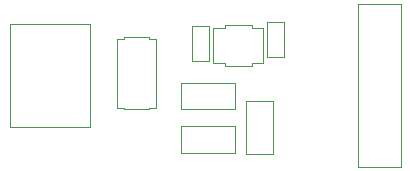
<source format=gbr>
%TF.GenerationSoftware,KiCad,Pcbnew,(6.0.5-0)*%
%TF.CreationDate,2023-01-06T19:30:00-05:00*%
%TF.ProjectId,Single_Li_Cell_Charger,53696e67-6c65-45f4-9c69-5f43656c6c5f,rev?*%
%TF.SameCoordinates,Original*%
%TF.FileFunction,Other,User*%
%FSLAX46Y46*%
G04 Gerber Fmt 4.6, Leading zero omitted, Abs format (unit mm)*
G04 Created by KiCad (PCBNEW (6.0.5-0)) date 2023-01-06 19:30:00*
%MOMM*%
%LPD*%
G01*
G04 APERTURE LIST*
%ADD10C,0.050000*%
G04 APERTURE END LIST*
D10*
%TO.C,J1*%
X24045000Y-19700000D02*
X24045000Y-28400000D01*
X17255000Y-28400000D02*
X24045000Y-28400000D01*
X17255000Y-28400000D02*
X17255000Y-19700000D01*
X24045000Y-19700000D02*
X17255000Y-19700000D01*
%TO.C,Rprog*%
X36280000Y-24661000D02*
X36280000Y-26901000D01*
X31720000Y-26901000D02*
X31720000Y-24661000D01*
X36280000Y-26901000D02*
X31720000Y-26901000D01*
X31720000Y-24661000D02*
X36280000Y-24661000D01*
%TO.C,Rled*%
X37234000Y-26168000D02*
X39474000Y-26168000D01*
X39474000Y-30728000D02*
X37234000Y-30728000D01*
X39474000Y-26168000D02*
X39474000Y-30728000D01*
X37234000Y-30728000D02*
X37234000Y-26168000D01*
%TO.C,D1*%
X29019500Y-20828000D02*
X29019500Y-20980400D01*
X29019500Y-26771600D02*
X29019500Y-26924000D01*
X29591000Y-20980400D02*
X29591000Y-26771600D01*
X29591000Y-26771600D02*
X29019500Y-26771600D01*
X29019500Y-26924000D02*
X26860500Y-26924000D01*
X26860500Y-20828000D02*
X29019500Y-20828000D01*
X26289000Y-26771600D02*
X26289000Y-20980400D01*
X26860500Y-20980400D02*
X26860500Y-20828000D01*
X29019500Y-20980400D02*
X29591000Y-20980400D01*
X26860500Y-26924000D02*
X26860500Y-26771600D01*
X26860500Y-26771600D02*
X26289000Y-26771600D01*
X26289000Y-20980400D02*
X26860500Y-20980400D01*
%TO.C,D2*%
X31720000Y-30584000D02*
X31720000Y-28344000D01*
X31720000Y-28344000D02*
X36280000Y-28344000D01*
X36280000Y-30584000D02*
X31720000Y-30584000D01*
X36280000Y-28344000D02*
X36280000Y-30584000D01*
%TO.C,C2*%
X39021000Y-22485000D02*
X39021000Y-19525000D01*
X40481000Y-22485000D02*
X39021000Y-22485000D01*
X40481000Y-19525000D02*
X40481000Y-22485000D01*
X39021000Y-19525000D02*
X40481000Y-19525000D01*
%TO.C,U1*%
X38686000Y-23000000D02*
X38686000Y-20000000D01*
X38686000Y-23000000D02*
X37706000Y-23000000D01*
X37706000Y-19750000D02*
X37706000Y-20000000D01*
X34466000Y-20000000D02*
X35446000Y-20000000D01*
X37706000Y-20000000D02*
X38686000Y-20000000D01*
X37706000Y-23000000D02*
X37706000Y-23250000D01*
X35446000Y-19750000D02*
X37706000Y-19750000D01*
X35446000Y-23000000D02*
X34466000Y-23000000D01*
X37706000Y-23250000D02*
X35446000Y-23250000D01*
X34466000Y-20000000D02*
X34466000Y-23000000D01*
X35446000Y-23250000D02*
X35446000Y-23000000D01*
X35446000Y-20000000D02*
X35446000Y-19750000D01*
%TO.C,J4*%
X46714000Y-31762000D02*
X50314000Y-31762000D01*
X46714000Y-18012000D02*
X46714000Y-31762000D01*
X50314000Y-18012000D02*
X46714000Y-18012000D01*
X50314000Y-31762000D02*
X50314000Y-18012000D01*
%TO.C,C1*%
X32671000Y-19893000D02*
X34131000Y-19893000D01*
X34131000Y-19893000D02*
X34131000Y-22853000D01*
X34131000Y-22853000D02*
X32671000Y-22853000D01*
X32671000Y-22853000D02*
X32671000Y-19893000D01*
%TD*%
M02*

</source>
